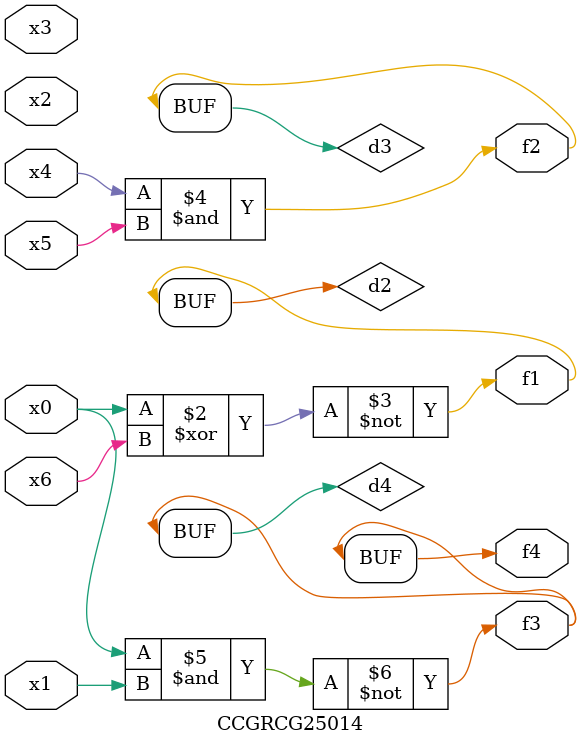
<source format=v>
module CCGRCG25014(
	input x0, x1, x2, x3, x4, x5, x6,
	output f1, f2, f3, f4
);

	wire d1, d2, d3, d4;

	nor (d1, x0);
	xnor (d2, x0, x6);
	and (d3, x4, x5);
	nand (d4, x0, x1);
	assign f1 = d2;
	assign f2 = d3;
	assign f3 = d4;
	assign f4 = d4;
endmodule

</source>
